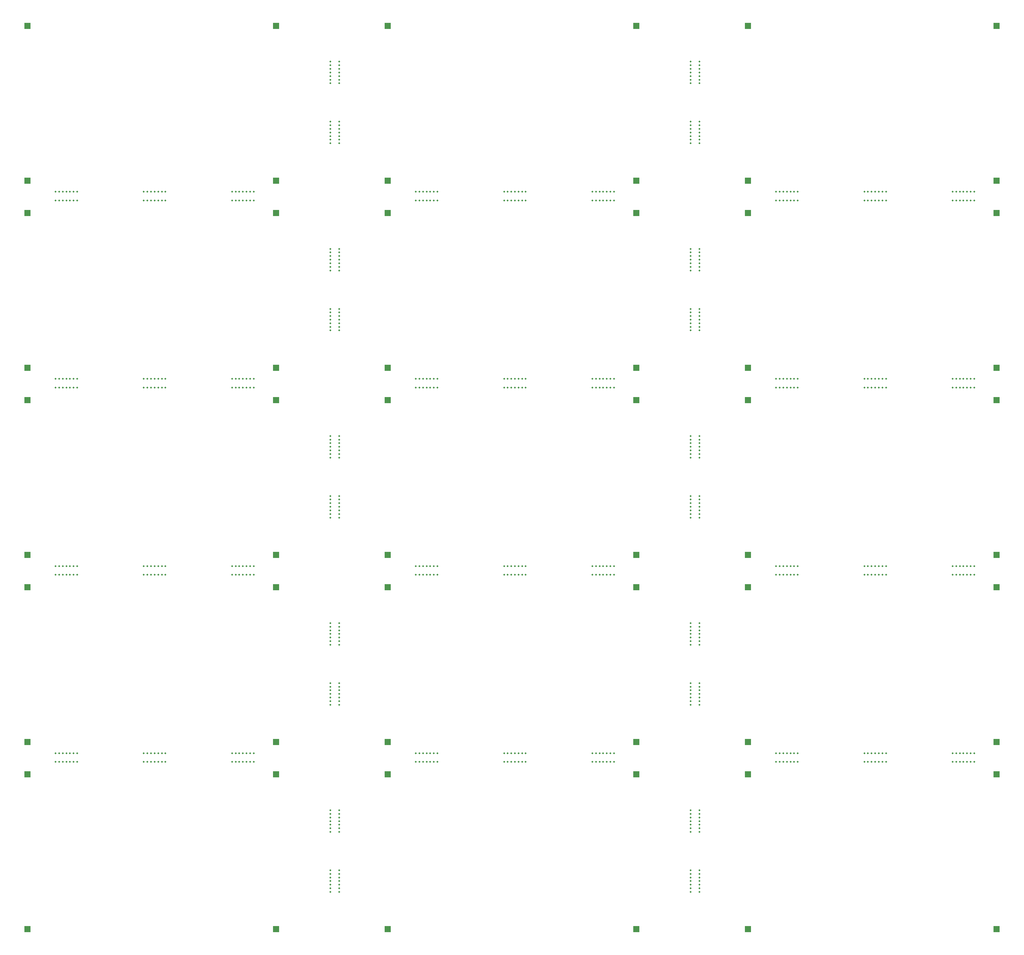
<source format=gts>
%TF.GenerationSoftware,KiCad,Pcbnew,7.0.1-3b83917a11~171~ubuntu20.04.1*%
%TF.CreationDate,2023-10-26T02:19:52+02:00*%
%TF.ProjectId,panel_top,70616e65-6c5f-4746-9f70-2e6b69636164,rev?*%
%TF.SameCoordinates,Original*%
%TF.FileFunction,Soldermask,Top*%
%TF.FilePolarity,Negative*%
%FSLAX46Y46*%
G04 Gerber Fmt 4.6, Leading zero omitted, Abs format (unit mm)*
G04 Created by KiCad (PCBNEW 7.0.1-3b83917a11~171~ubuntu20.04.1) date 2023-10-26 02:19:52*
%MOMM*%
%LPD*%
G01*
G04 APERTURE LIST*
%ADD10C,0.500000*%
%ADD11R,1.700000X1.700000*%
G04 APERTURE END LIST*
D10*
%TO.C,KiKit_MB_44_4*%
X97300000Y-140666666D03*
%TD*%
%TO.C,KiKit_MB_15_3*%
X225000000Y-69800000D03*
%TD*%
%TO.C,KiKit_MB_8_4*%
X197300000Y-36666667D03*
%TD*%
%TO.C,KiKit_MB_100_4*%
X73000000Y-228200000D03*
%TD*%
%TO.C,KiKit_MB_26_1*%
X99700000Y-91666666D03*
%TD*%
%TO.C,KiKit_MB_75_6*%
X22000000Y-225800000D03*
%TD*%
%TO.C,KiKit_MB_93_7*%
X221000000Y-225800000D03*
%TD*%
%TO.C,KiKit_MB_29_1*%
X197300000Y-102333333D03*
%TD*%
%TO.C,KiKit_MB_81_7*%
X197300000Y-212333333D03*
%TD*%
%TO.C,KiKit_MB_58_6*%
X175000000Y-124200000D03*
%TD*%
%TO.C,KiKit_MB_95_2*%
X275000000Y-225800000D03*
%TD*%
%TO.C,KiKit_MB_84_4*%
X173000000Y-176200000D03*
%TD*%
%TO.C,KiKit_MB_72_2*%
X22000000Y-176200000D03*
%TD*%
%TO.C,KiKit_MB_69_4*%
X273000000Y-173800000D03*
%TD*%
%TO.C,KiKit_MB_83_3*%
X147500000Y-176200000D03*
%TD*%
%TO.C,KiKit_MB_109_5*%
X199700000Y-260333333D03*
%TD*%
%TO.C,KiKit_MB_10_2*%
X126000000Y-69800000D03*
%TD*%
%TO.C,KiKit_MB_95_3*%
X274000000Y-225800000D03*
%TD*%
%TO.C,KiKit_MB_11_4*%
X148500000Y-69800000D03*
%TD*%
%TO.C,KiKit_MB_25_4*%
X73000000Y-121800000D03*
%TD*%
%TO.C,KiKit_MB_108_6*%
X199700000Y-242666666D03*
%TD*%
%TO.C,KiKit_MB_59_1*%
X127000000Y-173800000D03*
%TD*%
%TO.C,KiKit_MB_99_5*%
X49500000Y-228200000D03*
%TD*%
%TO.C,KiKit_MB_106_1*%
X145500000Y-228200000D03*
%TD*%
%TO.C,KiKit_MB_108_1*%
X199700000Y-247666666D03*
%TD*%
%TO.C,KiKit_MB_92_6*%
X275000000Y-176200000D03*
%TD*%
%TO.C,KiKit_MB_51_1*%
X76000000Y-173800000D03*
%TD*%
%TO.C,KiKit_MB_52_3*%
X99700000Y-141666666D03*
%TD*%
%TO.C,KiKit_MB_22_6*%
X75000000Y-72200000D03*
%TD*%
%TO.C,KiKit_MB_32_6*%
X175000000Y-72200000D03*
%TD*%
%TO.C,KiKit_MB_91_1*%
X245500000Y-176200000D03*
%TD*%
%TO.C,KiKit_MB_14_5*%
X199700000Y-52333333D03*
%TD*%
%TO.C,KiKit_MB_76_5*%
X47500000Y-225800000D03*
%TD*%
%TO.C,KiKit_MB_89_3*%
X199700000Y-210333333D03*
%TD*%
%TO.C,KiKit_MB_46_1*%
X21000000Y-124200000D03*
%TD*%
%TO.C,KiKit_MB_80_5*%
X197300000Y-193666666D03*
%TD*%
%TO.C,KiKit_MB_48_4*%
X73000000Y-124200000D03*
%TD*%
%TO.C,KiKit_MB_5_4*%
X73000000Y-69800000D03*
%TD*%
%TO.C,KiKit_MB_43_5*%
X272000000Y-121800000D03*
%TD*%
%TO.C,KiKit_MB_43_4*%
X273000000Y-121800000D03*
%TD*%
%TO.C,KiKit_MB_100_7*%
X76000000Y-228200000D03*
%TD*%
%TO.C,KiKit_MB_52_1*%
X99700000Y-143666666D03*
%TD*%
%TO.C,KiKit_MB_55_7*%
X197300000Y-160333333D03*
%TD*%
%TO.C,KiKit_MB_102_2*%
X99700000Y-263333333D03*
%TD*%
%TO.C,KiKit_MB_112_3*%
X272000000Y-228200000D03*
%TD*%
%TO.C,KiKit_MB_22_4*%
X73000000Y-72200000D03*
%TD*%
%TO.C,KiKit_MB_92_2*%
X271000000Y-176200000D03*
%TD*%
%TO.C,KiKit_MB_106_4*%
X148500000Y-228200000D03*
%TD*%
%TO.C,KiKit_MB_84_2*%
X171000000Y-176200000D03*
%TD*%
%TO.C,KiKit_MB_112_4*%
X273000000Y-228200000D03*
%TD*%
%TO.C,KiKit_MB_29_2*%
X197300000Y-103333333D03*
%TD*%
%TO.C,KiKit_MB_89_4*%
X199700000Y-209333333D03*
%TD*%
%TO.C,KiKit_MB_7_6*%
X99700000Y-51333333D03*
%TD*%
%TO.C,KiKit_MB_71_6*%
X97300000Y-211333333D03*
%TD*%
%TO.C,KiKit_MB_103_6*%
X197300000Y-246666666D03*
%TD*%
%TO.C,KiKit_MB_105_6*%
X126000000Y-228200000D03*
%TD*%
%TO.C,KiKit_MB_104_6*%
X197300000Y-263333333D03*
%TD*%
%TO.C,KiKit_MB_57_3*%
X147500000Y-124200000D03*
%TD*%
%TO.C,KiKit_MB_11_1*%
X151500000Y-69800000D03*
%TD*%
%TO.C,KiKit_MB_7_7*%
X99700000Y-50333333D03*
%TD*%
%TO.C,KiKit_MB_6_7*%
X99700000Y-33666667D03*
%TD*%
%TO.C,KiKit_MB_72_5*%
X25000000Y-176200000D03*
%TD*%
%TO.C,KiKit_MB_35_5*%
X172000000Y-121800000D03*
%TD*%
%TO.C,KiKit_MB_76_6*%
X46500000Y-225800000D03*
%TD*%
%TO.C,KiKit_MB_95_1*%
X276000000Y-225800000D03*
%TD*%
%TO.C,KiKit_MB_89_5*%
X199700000Y-208333333D03*
%TD*%
%TO.C,KiKit_MB_5_2*%
X75000000Y-69800000D03*
%TD*%
%TO.C,KiKit_MB_68_6*%
X246500000Y-173800000D03*
%TD*%
%TO.C,KiKit_MB_90_2*%
X222000000Y-176200000D03*
%TD*%
%TO.C,KiKit_MB_30_7*%
X127000000Y-72200000D03*
%TD*%
%TO.C,KiKit_MB_2_4*%
X97300000Y-53333333D03*
%TD*%
%TO.C,KiKit_MB_56_7*%
X127000000Y-124200000D03*
%TD*%
%TO.C,KiKit_MB_20_4*%
X24000000Y-72200000D03*
%TD*%
%TO.C,KiKit_MB_105_3*%
X123000000Y-228200000D03*
%TD*%
%TO.C,KiKit_MB_86_7*%
X145500000Y-225800000D03*
%TD*%
%TO.C,KiKit_MB_27_6*%
X99700000Y-103333333D03*
%TD*%
%TO.C,KiKit_MB_32_1*%
X170000000Y-72200000D03*
%TD*%
%TO.C,KiKit_MB_61_6*%
X171000000Y-173800000D03*
%TD*%
%TO.C,KiKit_MB_6_5*%
X99700000Y-35666667D03*
%TD*%
%TO.C,KiKit_MB_47_2*%
X46500000Y-124200000D03*
%TD*%
%TO.C,KiKit_MB_35_3*%
X174000000Y-121800000D03*
%TD*%
%TO.C,KiKit_MB_54_3*%
X197300000Y-139666666D03*
%TD*%
%TO.C,KiKit_MB_76_1*%
X51500000Y-225800000D03*
%TD*%
%TO.C,KiKit_MB_77_2*%
X75000000Y-225800000D03*
%TD*%
%TO.C,KiKit_MB_91_5*%
X249500000Y-176200000D03*
%TD*%
%TO.C,KiKit_MB_4_4*%
X48500000Y-69800000D03*
%TD*%
%TO.C,KiKit_MB_11_3*%
X149500000Y-69800000D03*
%TD*%
%TO.C,KiKit_MB_27_4*%
X99700000Y-105333333D03*
%TD*%
%TO.C,KiKit_MB_60_4*%
X148500000Y-173800000D03*
%TD*%
%TO.C,KiKit_MB_31_3*%
X147500000Y-72200000D03*
%TD*%
%TO.C,KiKit_MB_87_3*%
X174000000Y-225800000D03*
%TD*%
%TO.C,KiKit_MB_50_1*%
X51500000Y-173800000D03*
%TD*%
%TO.C,KiKit_MB_75_7*%
X21000000Y-225800000D03*
%TD*%
%TO.C,KiKit_MB_73_3*%
X47500000Y-176200000D03*
%TD*%
%TO.C,KiKit_MB_72_3*%
X23000000Y-176200000D03*
%TD*%
%TO.C,KiKit_MB_57_4*%
X148500000Y-124200000D03*
%TD*%
%TO.C,KiKit_MB_35_6*%
X171000000Y-121800000D03*
%TD*%
%TO.C,KiKit_MB_89_7*%
X199700000Y-206333333D03*
%TD*%
%TO.C,KiKit_MB_37_3*%
X199700000Y-106333333D03*
%TD*%
%TO.C,KiKit_MB_15_7*%
X221000000Y-69800000D03*
%TD*%
%TO.C,KiKit_MB_90_3*%
X223000000Y-176200000D03*
%TD*%
%TO.C,KiKit_MB_43_7*%
X270000000Y-121800000D03*
%TD*%
%TO.C,KiKit_MB_70_2*%
X97300000Y-190666666D03*
%TD*%
%TO.C,KiKit_MB_25_2*%
X75000000Y-121800000D03*
%TD*%
%TO.C,KiKit_MB_103_4*%
X197300000Y-244666666D03*
%TD*%
%TO.C,KiKit_MB_74_2*%
X71000000Y-176200000D03*
%TD*%
%TO.C,KiKit_MB_97_2*%
X97300000Y-259333333D03*
%TD*%
%TO.C,KiKit_MB_20_1*%
X21000000Y-72200000D03*
%TD*%
%TO.C,KiKit_MB_46_7*%
X27000000Y-124200000D03*
%TD*%
%TO.C,KiKit_MB_18_6*%
X97300000Y-90666666D03*
%TD*%
%TO.C,KiKit_MB_13_3*%
X199700000Y-37666667D03*
%TD*%
%TO.C,KiKit_MB_89_6*%
X199700000Y-207333333D03*
%TD*%
%TO.C,KiKit_MB_48_1*%
X70000000Y-124200000D03*
%TD*%
%TO.C,KiKit_MB_4_3*%
X49500000Y-69800000D03*
%TD*%
%TO.C,KiKit_MB_6_1*%
X99700000Y-39666667D03*
%TD*%
%TO.C,KiKit_MB_37_7*%
X199700000Y-102333333D03*
%TD*%
%TO.C,KiKit_MB_26_2*%
X99700000Y-90666666D03*
%TD*%
%TO.C,KiKit_MB_67_6*%
X222000000Y-173800000D03*
%TD*%
%TO.C,KiKit_MB_86_1*%
X151500000Y-225800000D03*
%TD*%
%TO.C,KiKit_MB_88_5*%
X199700000Y-191666666D03*
%TD*%
%TO.C,KiKit_MB_61_2*%
X175000000Y-173800000D03*
%TD*%
%TO.C,KiKit_MB_28_4*%
X197300000Y-88666666D03*
%TD*%
%TO.C,KiKit_MB_20_5*%
X25000000Y-72200000D03*
%TD*%
%TO.C,KiKit_MB_20_2*%
X22000000Y-72200000D03*
%TD*%
%TO.C,KiKit_MB_83_6*%
X150500000Y-176200000D03*
%TD*%
%TO.C,KiKit_MB_21_6*%
X50500000Y-72200000D03*
%TD*%
%TO.C,KiKit_MB_55_1*%
X197300000Y-154333333D03*
%TD*%
%TO.C,KiKit_MB_31_7*%
X151500000Y-72200000D03*
%TD*%
%TO.C,KiKit_MB_44_2*%
X97300000Y-138666666D03*
%TD*%
%TO.C,KiKit_MB_87_6*%
X171000000Y-225800000D03*
%TD*%
%TO.C,KiKit_MB_7_4*%
X99700000Y-53333333D03*
%TD*%
%TO.C,KiKit_MB_72_7*%
X27000000Y-176200000D03*
%TD*%
%TO.C,KiKit_MB_65_3*%
X247500000Y-124200000D03*
%TD*%
%TO.C,KiKit_MB_67_4*%
X224000000Y-173800000D03*
%TD*%
%TO.C,KiKit_MB_74_3*%
X72000000Y-176200000D03*
%TD*%
%TO.C,KiKit_MB_49_1*%
X27000000Y-173800000D03*
%TD*%
%TO.C,KiKit_MB_54_5*%
X197300000Y-141666666D03*
%TD*%
%TO.C,KiKit_MB_1_5*%
X97300000Y-37666667D03*
%TD*%
%TO.C,KiKit_MB_104_2*%
X197300000Y-259333333D03*
%TD*%
%TO.C,KiKit_MB_22_5*%
X74000000Y-72200000D03*
%TD*%
%TO.C,KiKit_MB_39_7*%
X251500000Y-72200000D03*
%TD*%
%TO.C,KiKit_MB_111_1*%
X245500000Y-228200000D03*
%TD*%
%TO.C,KiKit_MB_111_5*%
X249500000Y-228200000D03*
%TD*%
%TO.C,KiKit_MB_88_6*%
X199700000Y-190666666D03*
%TD*%
%TO.C,KiKit_MB_34_3*%
X149500000Y-121800000D03*
%TD*%
%TO.C,KiKit_MB_76_7*%
X45500000Y-225800000D03*
%TD*%
%TO.C,KiKit_MB_111_6*%
X250500000Y-228200000D03*
%TD*%
%TO.C,KiKit_MB_36_6*%
X199700000Y-86666666D03*
%TD*%
%TO.C,KiKit_MB_20_7*%
X27000000Y-72200000D03*
%TD*%
%TO.C,KiKit_MB_81_1*%
X197300000Y-206333333D03*
%TD*%
%TO.C,KiKit_MB_104_4*%
X197300000Y-261333333D03*
%TD*%
%TO.C,KiKit_MB_37_6*%
X199700000Y-103333333D03*
%TD*%
%TO.C,KiKit_MB_110_4*%
X224000000Y-228200000D03*
%TD*%
%TO.C,KiKit_MB_96_1*%
X97300000Y-241666666D03*
%TD*%
%TO.C,KiKit_MB_88_3*%
X199700000Y-193666666D03*
%TD*%
%TO.C,KiKit_MB_99_3*%
X47500000Y-228200000D03*
%TD*%
%TO.C,KiKit_MB_12_2*%
X175000000Y-69800000D03*
%TD*%
%TO.C,KiKit_MB_75_4*%
X24000000Y-225800000D03*
%TD*%
%TO.C,KiKit_MB_42_7*%
X245500000Y-121800000D03*
%TD*%
%TO.C,KiKit_MB_45_2*%
X97300000Y-155333333D03*
%TD*%
%TO.C,KiKit_MB_58_2*%
X171000000Y-124200000D03*
%TD*%
%TO.C,KiKit_MB_73_5*%
X49500000Y-176200000D03*
%TD*%
%TO.C,KiKit_MB_55_6*%
X197300000Y-159333333D03*
%TD*%
%TO.C,KiKit_MB_91_4*%
X248500000Y-176200000D03*
%TD*%
%TO.C,KiKit_MB_71_2*%
X97300000Y-207333333D03*
%TD*%
%TO.C,KiKit_MB_19_1*%
X97300000Y-102333333D03*
%TD*%
%TO.C,KiKit_MB_58_4*%
X173000000Y-124200000D03*
%TD*%
%TO.C,KiKit_MB_72_6*%
X26000000Y-176200000D03*
%TD*%
%TO.C,KiKit_MB_61_7*%
X170000000Y-173800000D03*
%TD*%
%TO.C,KiKit_MB_105_2*%
X122000000Y-228200000D03*
%TD*%
%TO.C,KiKit_MB_31_5*%
X149500000Y-72200000D03*
%TD*%
%TO.C,KiKit_MB_45_6*%
X97300000Y-159333333D03*
%TD*%
%TO.C,KiKit_MB_35_2*%
X175000000Y-121800000D03*
%TD*%
%TO.C,KiKit_MB_58_5*%
X174000000Y-124200000D03*
%TD*%
%TO.C,KiKit_MB_30_4*%
X124000000Y-72200000D03*
%TD*%
%TO.C,KiKit_MB_3_7*%
X21000000Y-69800000D03*
%TD*%
%TO.C,KiKit_MB_93_2*%
X226000000Y-225800000D03*
%TD*%
%TO.C,KiKit_MB_31_6*%
X150500000Y-72200000D03*
%TD*%
%TO.C,KiKit_MB_42_3*%
X249500000Y-121800000D03*
%TD*%
%TO.C,KiKit_MB_83_7*%
X151500000Y-176200000D03*
%TD*%
%TO.C,KiKit_MB_81_6*%
X197300000Y-211333333D03*
%TD*%
%TO.C,KiKit_MB_85_6*%
X122000000Y-225800000D03*
%TD*%
%TO.C,KiKit_MB_34_2*%
X150500000Y-121800000D03*
%TD*%
%TO.C,KiKit_MB_55_2*%
X197300000Y-155333333D03*
%TD*%
%TO.C,KiKit_MB_50_6*%
X46500000Y-173800000D03*
%TD*%
%TO.C,KiKit_MB_53_3*%
X99700000Y-158333333D03*
%TD*%
%TO.C,KiKit_MB_82_5*%
X125000000Y-176200000D03*
%TD*%
%TO.C,KiKit_MB_63_3*%
X199700000Y-158333333D03*
%TD*%
%TO.C,KiKit_MB_103_3*%
X197300000Y-243666666D03*
%TD*%
%TO.C,KiKit_MB_21_5*%
X49500000Y-72200000D03*
%TD*%
%TO.C,KiKit_MB_80_1*%
X197300000Y-189666666D03*
%TD*%
%TO.C,KiKit_MB_72_1*%
X21000000Y-176200000D03*
%TD*%
%TO.C,KiKit_MB_44_3*%
X97300000Y-139666666D03*
%TD*%
%TO.C,KiKit_MB_77_5*%
X72000000Y-225800000D03*
%TD*%
%TO.C,KiKit_MB_107_2*%
X171000000Y-228200000D03*
%TD*%
%TO.C,KiKit_MB_108_3*%
X199700000Y-245666666D03*
%TD*%
%TO.C,KiKit_MB_51_3*%
X74000000Y-173800000D03*
%TD*%
%TO.C,KiKit_MB_32_5*%
X174000000Y-72200000D03*
%TD*%
%TO.C,KiKit_MB_11_6*%
X146500000Y-69800000D03*
%TD*%
%TO.C,KiKit_MB_18_3*%
X97300000Y-87666666D03*
%TD*%
%TO.C,KiKit_MB_37_5*%
X199700000Y-104333333D03*
%TD*%
%TO.C,KiKit_MB_79_3*%
X99700000Y-210333333D03*
%TD*%
%TO.C,KiKit_MB_105_4*%
X124000000Y-228200000D03*
%TD*%
%TO.C,KiKit_MB_86_3*%
X149500000Y-225800000D03*
%TD*%
%TO.C,KiKit_MB_10_7*%
X121000000Y-69800000D03*
%TD*%
%TO.C,KiKit_MB_33_5*%
X123000000Y-121800000D03*
%TD*%
%TO.C,KiKit_MB_18_5*%
X97300000Y-89666666D03*
%TD*%
%TO.C,KiKit_MB_97_6*%
X97300000Y-263333333D03*
%TD*%
%TO.C,KiKit_MB_71_3*%
X97300000Y-208333333D03*
%TD*%
%TO.C,KiKit_MB_13_4*%
X199700000Y-36666667D03*
%TD*%
%TO.C,KiKit_MB_37_4*%
X199700000Y-105333333D03*
%TD*%
%TO.C,KiKit_MB_58_3*%
X172000000Y-124200000D03*
%TD*%
%TO.C,KiKit_MB_54_4*%
X197300000Y-140666666D03*
%TD*%
%TO.C,KiKit_MB_8_1*%
X197300000Y-33666667D03*
%TD*%
%TO.C,KiKit_MB_4_5*%
X47500000Y-69800000D03*
%TD*%
%TO.C,KiKit_MB_34_5*%
X147500000Y-121800000D03*
%TD*%
%TO.C,KiKit_MB_9_4*%
X197300000Y-53333333D03*
%TD*%
%TO.C,KiKit_MB_57_7*%
X151500000Y-124200000D03*
%TD*%
%TO.C,KiKit_MB_38_3*%
X223000000Y-72200000D03*
%TD*%
%TO.C,KiKit_MB_59_4*%
X124000000Y-173800000D03*
%TD*%
D11*
%TO.C,J7*%
X182200000Y-75700000D03*
%TD*%
%TO.C,J7*%
X282200000Y-75700000D03*
%TD*%
%TO.C,J7*%
X82200000Y-127700000D03*
%TD*%
%TO.C,J7*%
X182200000Y-23700000D03*
%TD*%
%TO.C,J7*%
X282200000Y-23700000D03*
%TD*%
%TO.C,J7*%
X82200000Y-75700000D03*
%TD*%
%TO.C,J7*%
X82200000Y-23700000D03*
%TD*%
%TO.C,J7*%
X182200000Y-179700000D03*
%TD*%
%TO.C,J7*%
X282200000Y-179700000D03*
%TD*%
%TO.C,J7*%
X82200000Y-231700000D03*
%TD*%
%TO.C,J7*%
X182200000Y-231700000D03*
%TD*%
%TO.C,J7*%
X282200000Y-231700000D03*
%TD*%
%TO.C,J7*%
X182200000Y-127700000D03*
%TD*%
%TO.C,J7*%
X282200000Y-127700000D03*
%TD*%
%TO.C,J7*%
X82200000Y-179700000D03*
%TD*%
D10*
%TO.C,KiKit_MB_24_6*%
X46500000Y-121800000D03*
%TD*%
%TO.C,KiKit_MB_85_1*%
X127000000Y-225800000D03*
%TD*%
%TO.C,KiKit_MB_82_1*%
X121000000Y-176200000D03*
%TD*%
%TO.C,KiKit_MB_105_5*%
X125000000Y-228200000D03*
%TD*%
%TO.C,KiKit_MB_82_7*%
X127000000Y-176200000D03*
%TD*%
%TO.C,KiKit_MB_69_3*%
X274000000Y-173800000D03*
%TD*%
%TO.C,KiKit_MB_10_4*%
X124000000Y-69800000D03*
%TD*%
%TO.C,KiKit_MB_101_6*%
X99700000Y-242666666D03*
%TD*%
%TO.C,KiKit_MB_16_2*%
X250500000Y-69800000D03*
%TD*%
%TO.C,KiKit_MB_12_6*%
X171000000Y-69800000D03*
%TD*%
%TO.C,KiKit_MB_73_6*%
X50500000Y-176200000D03*
%TD*%
%TO.C,KiKit_MB_47_7*%
X51500000Y-124200000D03*
%TD*%
%TO.C,KiKit_MB_15_1*%
X227000000Y-69800000D03*
%TD*%
%TO.C,KiKit_MB_66_3*%
X272000000Y-124200000D03*
%TD*%
%TO.C,KiKit_MB_96_4*%
X97300000Y-244666666D03*
%TD*%
%TO.C,KiKit_MB_74_4*%
X73000000Y-176200000D03*
%TD*%
%TO.C,KiKit_MB_36_2*%
X199700000Y-90666666D03*
%TD*%
%TO.C,KiKit_MB_44_1*%
X97300000Y-137666666D03*
%TD*%
%TO.C,KiKit_MB_23_1*%
X27000000Y-121800000D03*
%TD*%
%TO.C,KiKit_MB_10_5*%
X123000000Y-69800000D03*
%TD*%
%TO.C,KiKit_MB_67_1*%
X227000000Y-173800000D03*
%TD*%
%TO.C,KiKit_MB_99_7*%
X51500000Y-228200000D03*
%TD*%
%TO.C,KiKit_MB_36_3*%
X199700000Y-89666666D03*
%TD*%
%TO.C,KiKit_MB_15_2*%
X226000000Y-69800000D03*
%TD*%
%TO.C,KiKit_MB_25_7*%
X70000000Y-121800000D03*
%TD*%
%TO.C,KiKit_MB_16_6*%
X246500000Y-69800000D03*
%TD*%
%TO.C,KiKit_MB_101_2*%
X99700000Y-246666666D03*
%TD*%
%TO.C,KiKit_MB_48_3*%
X72000000Y-124200000D03*
%TD*%
%TO.C,KiKit_MB_107_7*%
X176000000Y-228200000D03*
%TD*%
%TO.C,KiKit_MB_42_2*%
X250500000Y-121800000D03*
%TD*%
%TO.C,KiKit_MB_43_2*%
X275000000Y-121800000D03*
%TD*%
%TO.C,KiKit_MB_39_1*%
X245500000Y-72200000D03*
%TD*%
%TO.C,KiKit_MB_86_5*%
X147500000Y-225800000D03*
%TD*%
%TO.C,KiKit_MB_104_7*%
X197300000Y-264333333D03*
%TD*%
%TO.C,KiKit_MB_4_7*%
X45500000Y-69800000D03*
%TD*%
%TO.C,KiKit_MB_25_1*%
X76000000Y-121800000D03*
%TD*%
%TO.C,KiKit_MB_21_3*%
X47500000Y-72200000D03*
%TD*%
%TO.C,KiKit_MB_89_2*%
X199700000Y-211333333D03*
%TD*%
%TO.C,KiKit_MB_23_6*%
X22000000Y-121800000D03*
%TD*%
%TO.C,KiKit_MB_23_2*%
X26000000Y-121800000D03*
%TD*%
%TO.C,KiKit_MB_59_5*%
X123000000Y-173800000D03*
%TD*%
%TO.C,KiKit_MB_108_5*%
X199700000Y-243666666D03*
%TD*%
%TO.C,KiKit_MB_110_3*%
X223000000Y-228200000D03*
%TD*%
%TO.C,KiKit_MB_103_1*%
X197300000Y-241666666D03*
%TD*%
%TO.C,KiKit_MB_40_6*%
X275000000Y-72200000D03*
%TD*%
%TO.C,KiKit_MB_54_6*%
X197300000Y-142666666D03*
%TD*%
%TO.C,KiKit_MB_96_2*%
X97300000Y-242666666D03*
%TD*%
%TO.C,KiKit_MB_24_2*%
X50500000Y-121800000D03*
%TD*%
%TO.C,KiKit_MB_57_5*%
X149500000Y-124200000D03*
%TD*%
%TO.C,KiKit_MB_27_3*%
X99700000Y-106333333D03*
%TD*%
%TO.C,KiKit_MB_60_6*%
X146500000Y-173800000D03*
%TD*%
%TO.C,KiKit_MB_45_4*%
X97300000Y-157333333D03*
%TD*%
%TO.C,KiKit_MB_30_6*%
X126000000Y-72200000D03*
%TD*%
%TO.C,KiKit_MB_111_7*%
X251500000Y-228200000D03*
%TD*%
%TO.C,KiKit_MB_49_7*%
X21000000Y-173800000D03*
%TD*%
%TO.C,KiKit_MB_108_7*%
X199700000Y-241666666D03*
%TD*%
%TO.C,KiKit_MB_54_2*%
X197300000Y-138666666D03*
%TD*%
%TO.C,KiKit_MB_69_6*%
X271000000Y-173800000D03*
%TD*%
%TO.C,KiKit_MB_52_6*%
X99700000Y-138666666D03*
%TD*%
%TO.C,KiKit_MB_65_4*%
X248500000Y-124200000D03*
%TD*%
%TO.C,KiKit_MB_43_3*%
X274000000Y-121800000D03*
%TD*%
%TO.C,KiKit_MB_104_5*%
X197300000Y-262333333D03*
%TD*%
%TO.C,KiKit_MB_55_5*%
X197300000Y-158333333D03*
%TD*%
%TO.C,KiKit_MB_60_2*%
X150500000Y-173800000D03*
%TD*%
%TO.C,KiKit_MB_47_1*%
X45500000Y-124200000D03*
%TD*%
%TO.C,KiKit_MB_59_3*%
X125000000Y-173800000D03*
%TD*%
%TO.C,KiKit_MB_13_5*%
X199700000Y-35666667D03*
%TD*%
%TO.C,KiKit_MB_1_3*%
X97300000Y-35666667D03*
%TD*%
%TO.C,KiKit_MB_64_2*%
X222000000Y-124200000D03*
%TD*%
%TO.C,KiKit_MB_63_7*%
X199700000Y-154333333D03*
%TD*%
%TO.C,KiKit_MB_50_2*%
X50500000Y-173800000D03*
%TD*%
%TO.C,KiKit_MB_74_7*%
X76000000Y-176200000D03*
%TD*%
%TO.C,KiKit_MB_8_6*%
X197300000Y-38666667D03*
%TD*%
%TO.C,KiKit_MB_18_1*%
X97300000Y-85666666D03*
%TD*%
%TO.C,KiKit_MB_49_6*%
X22000000Y-173800000D03*
%TD*%
%TO.C,KiKit_MB_98_6*%
X26000000Y-228200000D03*
%TD*%
%TO.C,KiKit_MB_107_5*%
X174000000Y-228200000D03*
%TD*%
%TO.C,KiKit_MB_3_1*%
X27000000Y-69800000D03*
%TD*%
%TO.C,KiKit_MB_79_5*%
X99700000Y-208333333D03*
%TD*%
%TO.C,KiKit_MB_76_2*%
X50500000Y-225800000D03*
%TD*%
%TO.C,KiKit_MB_99_6*%
X50500000Y-228200000D03*
%TD*%
%TO.C,KiKit_MB_6_4*%
X99700000Y-36666667D03*
%TD*%
%TO.C,KiKit_MB_93_6*%
X222000000Y-225800000D03*
%TD*%
%TO.C,KiKit_MB_63_4*%
X199700000Y-157333333D03*
%TD*%
%TO.C,KiKit_MB_21_1*%
X45500000Y-72200000D03*
%TD*%
%TO.C,KiKit_MB_83_4*%
X148500000Y-176200000D03*
%TD*%
%TO.C,KiKit_MB_10_3*%
X125000000Y-69800000D03*
%TD*%
%TO.C,KiKit_MB_106_5*%
X149500000Y-228200000D03*
%TD*%
%TO.C,KiKit_MB_7_3*%
X99700000Y-54333333D03*
%TD*%
%TO.C,KiKit_MB_109_4*%
X199700000Y-261333333D03*
%TD*%
%TO.C,KiKit_MB_103_7*%
X197300000Y-247666666D03*
%TD*%
%TO.C,KiKit_MB_60_5*%
X147500000Y-173800000D03*
%TD*%
%TO.C,KiKit_MB_12_7*%
X170000000Y-69800000D03*
%TD*%
%TO.C,KiKit_MB_13_6*%
X199700000Y-34666667D03*
%TD*%
%TO.C,KiKit_MB_62_3*%
X199700000Y-141666666D03*
%TD*%
%TO.C,KiKit_MB_82_4*%
X124000000Y-176200000D03*
%TD*%
%TO.C,KiKit_MB_26_4*%
X99700000Y-88666666D03*
%TD*%
%TO.C,KiKit_MB_32_7*%
X176000000Y-72200000D03*
%TD*%
%TO.C,KiKit_MB_74_5*%
X74000000Y-176200000D03*
%TD*%
%TO.C,KiKit_MB_33_6*%
X122000000Y-121800000D03*
%TD*%
%TO.C,KiKit_MB_94_5*%
X247500000Y-225800000D03*
%TD*%
%TO.C,KiKit_MB_9_7*%
X197300000Y-56333333D03*
%TD*%
%TO.C,KiKit_MB_75_1*%
X27000000Y-225800000D03*
%TD*%
%TO.C,KiKit_MB_74_6*%
X75000000Y-176200000D03*
%TD*%
%TO.C,KiKit_MB_20_3*%
X23000000Y-72200000D03*
%TD*%
%TO.C,KiKit_MB_99_4*%
X48500000Y-228200000D03*
%TD*%
%TO.C,KiKit_MB_101_4*%
X99700000Y-244666666D03*
%TD*%
%TO.C,KiKit_MB_39_5*%
X249500000Y-72200000D03*
%TD*%
%TO.C,KiKit_MB_100_6*%
X75000000Y-228200000D03*
%TD*%
%TO.C,KiKit_MB_105_7*%
X127000000Y-228200000D03*
%TD*%
%TO.C,KiKit_MB_24_5*%
X47500000Y-121800000D03*
%TD*%
%TO.C,KiKit_MB_19_4*%
X97300000Y-105333333D03*
%TD*%
%TO.C,KiKit_MB_106_2*%
X146500000Y-228200000D03*
%TD*%
%TO.C,KiKit_MB_24_4*%
X48500000Y-121800000D03*
%TD*%
%TO.C,KiKit_MB_73_7*%
X51500000Y-176200000D03*
%TD*%
%TO.C,KiKit_MB_14_1*%
X199700000Y-56333333D03*
%TD*%
%TO.C,KiKit_MB_12_4*%
X173000000Y-69800000D03*
%TD*%
%TO.C,KiKit_MB_45_7*%
X97300000Y-160333333D03*
%TD*%
%TO.C,KiKit_MB_42_5*%
X247500000Y-121800000D03*
%TD*%
%TO.C,KiKit_MB_23_3*%
X25000000Y-121800000D03*
%TD*%
%TO.C,KiKit_MB_5_3*%
X74000000Y-69800000D03*
%TD*%
%TO.C,KiKit_MB_87_2*%
X175000000Y-225800000D03*
%TD*%
%TO.C,KiKit_MB_25_6*%
X71000000Y-121800000D03*
%TD*%
%TO.C,KiKit_MB_53_1*%
X99700000Y-160333333D03*
%TD*%
%TO.C,KiKit_MB_83_2*%
X146500000Y-176200000D03*
%TD*%
%TO.C,KiKit_MB_103_5*%
X197300000Y-245666666D03*
%TD*%
%TO.C,KiKit_MB_41_3*%
X225000000Y-121800000D03*
%TD*%
%TO.C,KiKit_MB_85_2*%
X126000000Y-225800000D03*
%TD*%
%TO.C,KiKit_MB_17_2*%
X275000000Y-69800000D03*
%TD*%
%TO.C,KiKit_MB_4_6*%
X46500000Y-69800000D03*
%TD*%
%TO.C,KiKit_MB_50_7*%
X45500000Y-173800000D03*
%TD*%
%TO.C,KiKit_MB_64_3*%
X223000000Y-124200000D03*
%TD*%
%TO.C,KiKit_MB_106_7*%
X151500000Y-228200000D03*
%TD*%
%TO.C,KiKit_MB_65_1*%
X245500000Y-124200000D03*
%TD*%
%TO.C,KiKit_MB_74_1*%
X70000000Y-176200000D03*
%TD*%
%TO.C,KiKit_MB_40_1*%
X270000000Y-72200000D03*
%TD*%
%TO.C,KiKit_MB_100_5*%
X74000000Y-228200000D03*
%TD*%
%TO.C,KiKit_MB_97_5*%
X97300000Y-262333333D03*
%TD*%
%TO.C,KiKit_MB_11_7*%
X145500000Y-69800000D03*
%TD*%
%TO.C,KiKit_MB_83_1*%
X145500000Y-176200000D03*
%TD*%
%TO.C,KiKit_MB_24_1*%
X51500000Y-121800000D03*
%TD*%
%TO.C,KiKit_MB_62_1*%
X199700000Y-143666666D03*
%TD*%
%TO.C,KiKit_MB_30_5*%
X125000000Y-72200000D03*
%TD*%
%TO.C,KiKit_MB_37_1*%
X199700000Y-108333333D03*
%TD*%
%TO.C,KiKit_MB_84_1*%
X170000000Y-176200000D03*
%TD*%
%TO.C,KiKit_MB_85_5*%
X123000000Y-225800000D03*
%TD*%
%TO.C,KiKit_MB_102_5*%
X99700000Y-260333333D03*
%TD*%
%TO.C,KiKit_MB_29_7*%
X197300000Y-108333333D03*
%TD*%
%TO.C,KiKit_MB_97_1*%
X97300000Y-258333333D03*
%TD*%
%TO.C,KiKit_MB_45_1*%
X97300000Y-154333333D03*
%TD*%
%TO.C,KiKit_MB_70_7*%
X97300000Y-195666666D03*
%TD*%
%TO.C,KiKit_MB_4_2*%
X50500000Y-69800000D03*
%TD*%
%TO.C,KiKit_MB_3_3*%
X25000000Y-69800000D03*
%TD*%
%TO.C,KiKit_MB_70_5*%
X97300000Y-193666666D03*
%TD*%
%TO.C,KiKit_MB_8_3*%
X197300000Y-35666667D03*
%TD*%
%TO.C,KiKit_MB_101_5*%
X99700000Y-243666666D03*
%TD*%
%TO.C,KiKit_MB_32_4*%
X173000000Y-72200000D03*
%TD*%
%TO.C,KiKit_MB_19_2*%
X97300000Y-103333333D03*
%TD*%
%TO.C,KiKit_MB_9_2*%
X197300000Y-51333333D03*
%TD*%
%TO.C,KiKit_MB_71_5*%
X97300000Y-210333333D03*
%TD*%
%TO.C,KiKit_MB_15_6*%
X222000000Y-69800000D03*
%TD*%
%TO.C,KiKit_MB_82_3*%
X123000000Y-176200000D03*
%TD*%
%TO.C,KiKit_MB_80_6*%
X197300000Y-194666666D03*
%TD*%
%TO.C,KiKit_MB_15_4*%
X224000000Y-69800000D03*
%TD*%
%TO.C,KiKit_MB_84_7*%
X176000000Y-176200000D03*
%TD*%
%TO.C,KiKit_MB_66_1*%
X270000000Y-124200000D03*
%TD*%
%TO.C,KiKit_MB_67_5*%
X223000000Y-173800000D03*
%TD*%
%TO.C,KiKit_MB_36_1*%
X199700000Y-91666666D03*
%TD*%
%TO.C,KiKit_MB_41_4*%
X224000000Y-121800000D03*
%TD*%
%TO.C,KiKit_MB_2_1*%
X97300000Y-50333333D03*
%TD*%
%TO.C,KiKit_MB_58_1*%
X170000000Y-124200000D03*
%TD*%
%TO.C,KiKit_MB_28_6*%
X197300000Y-90666666D03*
%TD*%
%TO.C,KiKit_MB_64_5*%
X225000000Y-124200000D03*
%TD*%
%TO.C,KiKit_MB_19_6*%
X97300000Y-107333333D03*
%TD*%
%TO.C,KiKit_MB_56_5*%
X125000000Y-124200000D03*
%TD*%
%TO.C,KiKit_MB_55_3*%
X197300000Y-156333333D03*
%TD*%
%TO.C,KiKit_MB_64_1*%
X221000000Y-124200000D03*
%TD*%
%TO.C,KiKit_MB_48_5*%
X74000000Y-124200000D03*
%TD*%
%TO.C,KiKit_MB_41_7*%
X221000000Y-121800000D03*
%TD*%
%TO.C,KiKit_MB_23_5*%
X23000000Y-121800000D03*
%TD*%
%TO.C,KiKit_MB_31_4*%
X148500000Y-72200000D03*
%TD*%
%TO.C,KiKit_MB_26_7*%
X99700000Y-85666666D03*
%TD*%
%TO.C,KiKit_MB_46_4*%
X24000000Y-124200000D03*
%TD*%
%TO.C,KiKit_MB_67_2*%
X226000000Y-173800000D03*
%TD*%
%TO.C,KiKit_MB_91_2*%
X246500000Y-176200000D03*
%TD*%
%TO.C,KiKit_MB_61_3*%
X174000000Y-173800000D03*
%TD*%
%TO.C,KiKit_MB_100_3*%
X72000000Y-228200000D03*
%TD*%
%TO.C,KiKit_MB_2_7*%
X97300000Y-56333333D03*
%TD*%
%TO.C,KiKit_MB_111_2*%
X246500000Y-228200000D03*
%TD*%
%TO.C,KiKit_MB_6_3*%
X99700000Y-37666667D03*
%TD*%
%TO.C,KiKit_MB_41_1*%
X227000000Y-121800000D03*
%TD*%
%TO.C,KiKit_MB_75_2*%
X26000000Y-225800000D03*
%TD*%
%TO.C,KiKit_MB_19_3*%
X97300000Y-104333333D03*
%TD*%
%TO.C,KiKit_MB_17_3*%
X274000000Y-69800000D03*
%TD*%
%TO.C,KiKit_MB_16_5*%
X247500000Y-69800000D03*
%TD*%
%TO.C,KiKit_MB_17_7*%
X270000000Y-69800000D03*
%TD*%
%TO.C,KiKit_MB_70_4*%
X97300000Y-192666666D03*
%TD*%
%TO.C,KiKit_MB_22_1*%
X70000000Y-72200000D03*
%TD*%
%TO.C,KiKit_MB_62_4*%
X199700000Y-140666666D03*
%TD*%
%TO.C,KiKit_MB_106_3*%
X147500000Y-228200000D03*
%TD*%
%TO.C,KiKit_MB_20_6*%
X26000000Y-72200000D03*
%TD*%
%TO.C,KiKit_MB_45_3*%
X97300000Y-156333333D03*
%TD*%
%TO.C,KiKit_MB_14_4*%
X199700000Y-53333333D03*
%TD*%
%TO.C,KiKit_MB_79_6*%
X99700000Y-207333333D03*
%TD*%
%TO.C,KiKit_MB_66_2*%
X271000000Y-124200000D03*
%TD*%
%TO.C,KiKit_MB_112_6*%
X275000000Y-228200000D03*
%TD*%
%TO.C,KiKit_MB_39_6*%
X250500000Y-72200000D03*
%TD*%
%TO.C,KiKit_MB_68_2*%
X250500000Y-173800000D03*
%TD*%
%TO.C,KiKit_MB_11_2*%
X150500000Y-69800000D03*
%TD*%
%TO.C,KiKit_MB_97_3*%
X97300000Y-260333333D03*
%TD*%
D11*
%TO.C,J5*%
X182200000Y-66700000D03*
%TD*%
%TO.C,J5*%
X282200000Y-66700000D03*
%TD*%
%TO.C,J5*%
X82200000Y-118700000D03*
%TD*%
%TO.C,J5*%
X182200000Y-118700000D03*
%TD*%
%TO.C,J5*%
X282200000Y-118700000D03*
%TD*%
%TO.C,J5*%
X82200000Y-170700000D03*
%TD*%
%TO.C,J5*%
X182200000Y-170700000D03*
%TD*%
%TO.C,J5*%
X282200000Y-170700000D03*
%TD*%
%TO.C,J5*%
X82200000Y-222700000D03*
%TD*%
%TO.C,J5*%
X182200000Y-222700000D03*
%TD*%
%TO.C,J5*%
X282200000Y-222700000D03*
%TD*%
%TO.C,J5*%
X82200000Y-274700000D03*
%TD*%
%TO.C,J5*%
X182200000Y-274700000D03*
%TD*%
%TO.C,J5*%
X282200000Y-274700000D03*
%TD*%
%TO.C,J5*%
X82200000Y-66700000D03*
%TD*%
D10*
%TO.C,KiKit_MB_90_1*%
X221000000Y-176200000D03*
%TD*%
%TO.C,KiKit_MB_90_5*%
X225000000Y-176200000D03*
%TD*%
%TO.C,KiKit_MB_102_7*%
X99700000Y-258333333D03*
%TD*%
%TO.C,KiKit_MB_85_4*%
X124000000Y-225800000D03*
%TD*%
%TO.C,KiKit_MB_79_1*%
X99700000Y-212333333D03*
%TD*%
%TO.C,KiKit_MB_84_5*%
X174000000Y-176200000D03*
%TD*%
%TO.C,KiKit_MB_59_2*%
X126000000Y-173800000D03*
%TD*%
%TO.C,KiKit_MB_38_6*%
X226000000Y-72200000D03*
%TD*%
%TO.C,KiKit_MB_62_7*%
X199700000Y-137666666D03*
%TD*%
%TO.C,KiKit_MB_102_3*%
X99700000Y-262333333D03*
%TD*%
%TO.C,KiKit_MB_69_1*%
X276000000Y-173800000D03*
%TD*%
%TO.C,KiKit_MB_28_7*%
X197300000Y-91666666D03*
%TD*%
%TO.C,KiKit_MB_92_5*%
X274000000Y-176200000D03*
%TD*%
%TO.C,KiKit_MB_57_2*%
X146500000Y-124200000D03*
%TD*%
%TO.C,KiKit_MB_101_3*%
X99700000Y-245666666D03*
%TD*%
%TO.C,KiKit_MB_82_2*%
X122000000Y-176200000D03*
%TD*%
%TO.C,KiKit_MB_83_5*%
X149500000Y-176200000D03*
%TD*%
%TO.C,KiKit_MB_17_5*%
X272000000Y-69800000D03*
%TD*%
%TO.C,KiKit_MB_90_7*%
X227000000Y-176200000D03*
%TD*%
%TO.C,KiKit_MB_85_7*%
X121000000Y-225800000D03*
%TD*%
%TO.C,KiKit_MB_33_2*%
X126000000Y-121800000D03*
%TD*%
%TO.C,KiKit_MB_41_2*%
X226000000Y-121800000D03*
%TD*%
%TO.C,KiKit_MB_111_3*%
X247500000Y-228200000D03*
%TD*%
%TO.C,KiKit_MB_53_7*%
X99700000Y-154333333D03*
%TD*%
%TO.C,KiKit_MB_5_6*%
X71000000Y-69800000D03*
%TD*%
%TO.C,KiKit_MB_86_6*%
X146500000Y-225800000D03*
%TD*%
%TO.C,KiKit_MB_87_1*%
X176000000Y-225800000D03*
%TD*%
%TO.C,KiKit_MB_101_1*%
X99700000Y-247666666D03*
%TD*%
%TO.C,KiKit_MB_104_1*%
X197300000Y-258333333D03*
%TD*%
%TO.C,KiKit_MB_79_2*%
X99700000Y-211333333D03*
%TD*%
%TO.C,KiKit_MB_81_3*%
X197300000Y-208333333D03*
%TD*%
%TO.C,KiKit_MB_48_2*%
X71000000Y-124200000D03*
%TD*%
%TO.C,KiKit_MB_40_3*%
X272000000Y-72200000D03*
%TD*%
%TO.C,KiKit_MB_107_1*%
X170000000Y-228200000D03*
%TD*%
%TO.C,KiKit_MB_44_6*%
X97300000Y-142666666D03*
%TD*%
%TO.C,KiKit_MB_1_7*%
X97300000Y-39666667D03*
%TD*%
%TO.C,KiKit_MB_56_2*%
X122000000Y-124200000D03*
%TD*%
%TO.C,KiKit_MB_63_2*%
X199700000Y-159333333D03*
%TD*%
%TO.C,KiKit_MB_67_3*%
X225000000Y-173800000D03*
%TD*%
%TO.C,KiKit_MB_19_7*%
X97300000Y-108333333D03*
%TD*%
%TO.C,KiKit_MB_46_5*%
X25000000Y-124200000D03*
%TD*%
%TO.C,KiKit_MB_94_7*%
X245500000Y-225800000D03*
%TD*%
D11*
%TO.C,J2*%
X213200000Y-222700000D03*
%TD*%
%TO.C,J2*%
X13200000Y-118700000D03*
%TD*%
%TO.C,J2*%
X113200000Y-118700000D03*
%TD*%
%TO.C,J2*%
X213200000Y-118700000D03*
%TD*%
%TO.C,J2*%
X13200000Y-170700000D03*
%TD*%
%TO.C,J2*%
X113200000Y-170700000D03*
%TD*%
%TO.C,J2*%
X213200000Y-170700000D03*
%TD*%
%TO.C,J2*%
X13200000Y-222700000D03*
%TD*%
%TO.C,J2*%
X113200000Y-222700000D03*
%TD*%
%TO.C,J2*%
X13200000Y-274700000D03*
%TD*%
%TO.C,J2*%
X113200000Y-274700000D03*
%TD*%
%TO.C,J2*%
X213200000Y-274700000D03*
%TD*%
%TO.C,J2*%
X13200000Y-66700000D03*
%TD*%
%TO.C,J2*%
X113200000Y-66700000D03*
%TD*%
%TO.C,J2*%
X213200000Y-66700000D03*
%TD*%
D10*
%TO.C,KiKit_MB_21_4*%
X48500000Y-72200000D03*
%TD*%
%TO.C,KiKit_MB_46_6*%
X26000000Y-124200000D03*
%TD*%
%TO.C,KiKit_MB_95_5*%
X272000000Y-225800000D03*
%TD*%
%TO.C,KiKit_MB_54_7*%
X197300000Y-143666666D03*
%TD*%
%TO.C,KiKit_MB_8_7*%
X197300000Y-39666667D03*
%TD*%
%TO.C,KiKit_MB_53_4*%
X99700000Y-157333333D03*
%TD*%
%TO.C,KiKit_MB_67_7*%
X221000000Y-173800000D03*
%TD*%
%TO.C,KiKit_MB_27_2*%
X99700000Y-107333333D03*
%TD*%
%TO.C,KiKit_MB_41_6*%
X222000000Y-121800000D03*
%TD*%
%TO.C,KiKit_MB_46_2*%
X22000000Y-124200000D03*
%TD*%
%TO.C,KiKit_MB_94_3*%
X249500000Y-225800000D03*
%TD*%
%TO.C,KiKit_MB_94_2*%
X250500000Y-225800000D03*
%TD*%
%TO.C,KiKit_MB_16_1*%
X251500000Y-69800000D03*
%TD*%
%TO.C,KiKit_MB_40_7*%
X276000000Y-72200000D03*
%TD*%
%TO.C,KiKit_MB_109_2*%
X199700000Y-263333333D03*
%TD*%
%TO.C,KiKit_MB_93_3*%
X225000000Y-225800000D03*
%TD*%
%TO.C,KiKit_MB_92_1*%
X270000000Y-176200000D03*
%TD*%
%TO.C,KiKit_MB_66_4*%
X273000000Y-124200000D03*
%TD*%
%TO.C,KiKit_MB_36_4*%
X199700000Y-88666666D03*
%TD*%
%TO.C,KiKit_MB_23_7*%
X21000000Y-121800000D03*
%TD*%
%TO.C,KiKit_MB_35_4*%
X173000000Y-121800000D03*
%TD*%
%TO.C,KiKit_MB_93_1*%
X227000000Y-225800000D03*
%TD*%
%TO.C,KiKit_MB_10_6*%
X122000000Y-69800000D03*
%TD*%
%TO.C,KiKit_MB_110_6*%
X226000000Y-228200000D03*
%TD*%
%TO.C,KiKit_MB_16_3*%
X249500000Y-69800000D03*
%TD*%
%TO.C,KiKit_MB_35_1*%
X176000000Y-121800000D03*
%TD*%
%TO.C,KiKit_MB_59_7*%
X121000000Y-173800000D03*
%TD*%
%TO.C,KiKit_MB_68_5*%
X247500000Y-173800000D03*
%TD*%
%TO.C,KiKit_MB_50_5*%
X47500000Y-173800000D03*
%TD*%
%TO.C,KiKit_MB_34_1*%
X151500000Y-121800000D03*
%TD*%
%TO.C,KiKit_MB_43_1*%
X276000000Y-121800000D03*
%TD*%
%TO.C,KiKit_MB_38_7*%
X227000000Y-72200000D03*
%TD*%
%TO.C,KiKit_MB_80_4*%
X197300000Y-192666666D03*
%TD*%
%TO.C,KiKit_MB_70_1*%
X97300000Y-189666666D03*
%TD*%
%TO.C,KiKit_MB_61_1*%
X176000000Y-173800000D03*
%TD*%
%TO.C,KiKit_MB_73_1*%
X45500000Y-176200000D03*
%TD*%
%TO.C,KiKit_MB_38_4*%
X224000000Y-72200000D03*
%TD*%
%TO.C,KiKit_MB_22_2*%
X71000000Y-72200000D03*
%TD*%
%TO.C,KiKit_MB_71_1*%
X97300000Y-206333333D03*
%TD*%
%TO.C,KiKit_MB_91_3*%
X247500000Y-176200000D03*
%TD*%
%TO.C,KiKit_MB_75_5*%
X23000000Y-225800000D03*
%TD*%
%TO.C,KiKit_MB_108_4*%
X199700000Y-244666666D03*
%TD*%
%TO.C,KiKit_MB_38_5*%
X225000000Y-72200000D03*
%TD*%
%TO.C,KiKit_MB_9_1*%
X197300000Y-50333333D03*
%TD*%
%TO.C,KiKit_MB_5_7*%
X70000000Y-69800000D03*
%TD*%
%TO.C,KiKit_MB_108_2*%
X199700000Y-246666666D03*
%TD*%
%TO.C,KiKit_MB_110_7*%
X227000000Y-228200000D03*
%TD*%
%TO.C,KiKit_MB_5_5*%
X72000000Y-69800000D03*
%TD*%
%TO.C,KiKit_MB_94_4*%
X248500000Y-225800000D03*
%TD*%
%TO.C,KiKit_MB_52_7*%
X99700000Y-137666666D03*
%TD*%
%TO.C,KiKit_MB_58_7*%
X176000000Y-124200000D03*
%TD*%
%TO.C,KiKit_MB_70_3*%
X97300000Y-191666666D03*
%TD*%
%TO.C,KiKit_MB_59_6*%
X122000000Y-173800000D03*
%TD*%
%TO.C,KiKit_MB_8_2*%
X197300000Y-34666667D03*
%TD*%
%TO.C,KiKit_MB_17_6*%
X271000000Y-69800000D03*
%TD*%
%TO.C,KiKit_MB_69_5*%
X272000000Y-173800000D03*
%TD*%
%TO.C,KiKit_MB_30_2*%
X122000000Y-72200000D03*
%TD*%
%TO.C,KiKit_MB_62_6*%
X199700000Y-138666666D03*
%TD*%
%TO.C,KiKit_MB_56_3*%
X123000000Y-124200000D03*
%TD*%
%TO.C,KiKit_MB_64_4*%
X224000000Y-124200000D03*
%TD*%
%TO.C,KiKit_MB_50_4*%
X48500000Y-173800000D03*
%TD*%
%TO.C,KiKit_MB_109_6*%
X199700000Y-259333333D03*
%TD*%
%TO.C,KiKit_MB_39_4*%
X248500000Y-72200000D03*
%TD*%
%TO.C,KiKit_MB_91_7*%
X251500000Y-176200000D03*
%TD*%
%TO.C,KiKit_MB_40_2*%
X271000000Y-72200000D03*
%TD*%
%TO.C,KiKit_MB_73_2*%
X46500000Y-176200000D03*
%TD*%
%TO.C,KiKit_MB_100_1*%
X70000000Y-228200000D03*
%TD*%
%TO.C,KiKit_MB_7_5*%
X99700000Y-52333333D03*
%TD*%
%TO.C,KiKit_MB_32_3*%
X172000000Y-72200000D03*
%TD*%
%TO.C,KiKit_MB_28_1*%
X197300000Y-85666666D03*
%TD*%
%TO.C,KiKit_MB_81_5*%
X197300000Y-210333333D03*
%TD*%
%TO.C,KiKit_MB_66_6*%
X275000000Y-124200000D03*
%TD*%
%TO.C,KiKit_MB_97_7*%
X97300000Y-264333333D03*
%TD*%
%TO.C,KiKit_MB_3_5*%
X23000000Y-69800000D03*
%TD*%
%TO.C,KiKit_MB_98_7*%
X27000000Y-228200000D03*
%TD*%
%TO.C,KiKit_MB_52_5*%
X99700000Y-139666666D03*
%TD*%
%TO.C,KiKit_MB_98_3*%
X23000000Y-228200000D03*
%TD*%
%TO.C,KiKit_MB_38_2*%
X222000000Y-72200000D03*
%TD*%
%TO.C,KiKit_MB_77_6*%
X71000000Y-225800000D03*
%TD*%
%TO.C,KiKit_MB_77_7*%
X70000000Y-225800000D03*
%TD*%
%TO.C,KiKit_MB_98_2*%
X22000000Y-228200000D03*
%TD*%
%TO.C,KiKit_MB_92_3*%
X272000000Y-176200000D03*
%TD*%
%TO.C,KiKit_MB_39_3*%
X247500000Y-72200000D03*
%TD*%
%TO.C,KiKit_MB_78_1*%
X99700000Y-195666666D03*
%TD*%
%TO.C,KiKit_MB_49_5*%
X23000000Y-173800000D03*
%TD*%
%TO.C,KiKit_MB_52_2*%
X99700000Y-142666666D03*
%TD*%
%TO.C,KiKit_MB_90_4*%
X224000000Y-176200000D03*
%TD*%
%TO.C,KiKit_MB_30_3*%
X123000000Y-72200000D03*
%TD*%
%TO.C,KiKit_MB_112_5*%
X274000000Y-228200000D03*
%TD*%
%TO.C,KiKit_MB_104_3*%
X197300000Y-260333333D03*
%TD*%
%TO.C,KiKit_MB_71_4*%
X97300000Y-209333333D03*
%TD*%
%TO.C,KiKit_MB_60_7*%
X145500000Y-173800000D03*
%TD*%
%TO.C,KiKit_MB_107_6*%
X175000000Y-228200000D03*
%TD*%
%TO.C,KiKit_MB_75_3*%
X25000000Y-225800000D03*
%TD*%
%TO.C,KiKit_MB_98_5*%
X25000000Y-228200000D03*
%TD*%
%TO.C,KiKit_MB_28_3*%
X197300000Y-87666666D03*
%TD*%
%TO.C,KiKit_MB_60_1*%
X151500000Y-173800000D03*
%TD*%
%TO.C,KiKit_MB_22_7*%
X76000000Y-72200000D03*
%TD*%
%TO.C,KiKit_MB_80_7*%
X197300000Y-195666666D03*
%TD*%
%TO.C,KiKit_MB_43_6*%
X271000000Y-121800000D03*
%TD*%
%TO.C,KiKit_MB_99_2*%
X46500000Y-228200000D03*
%TD*%
%TO.C,KiKit_MB_88_2*%
X199700000Y-194666666D03*
%TD*%
%TO.C,KiKit_MB_94_1*%
X251500000Y-225800000D03*
%TD*%
%TO.C,KiKit_MB_89_1*%
X199700000Y-212333333D03*
%TD*%
%TO.C,KiKit_MB_94_6*%
X246500000Y-225800000D03*
%TD*%
%TO.C,KiKit_MB_99_1*%
X45500000Y-228200000D03*
%TD*%
%TO.C,KiKit_MB_102_6*%
X99700000Y-259333333D03*
%TD*%
%TO.C,KiKit_MB_105_1*%
X121000000Y-228200000D03*
%TD*%
%TO.C,KiKit_MB_78_5*%
X99700000Y-191666666D03*
%TD*%
%TO.C,KiKit_MB_109_1*%
X199700000Y-264333333D03*
%TD*%
%TO.C,KiKit_MB_77_4*%
X73000000Y-225800000D03*
%TD*%
%TO.C,KiKit_MB_11_5*%
X147500000Y-69800000D03*
%TD*%
%TO.C,KiKit_MB_110_1*%
X221000000Y-228200000D03*
%TD*%
%TO.C,KiKit_MB_92_4*%
X273000000Y-176200000D03*
%TD*%
%TO.C,KiKit_MB_88_4*%
X199700000Y-192666666D03*
%TD*%
%TO.C,KiKit_MB_39_2*%
X246500000Y-72200000D03*
%TD*%
%TO.C,KiKit_MB_51_4*%
X73000000Y-173800000D03*
%TD*%
%TO.C,KiKit_MB_17_4*%
X273000000Y-69800000D03*
%TD*%
%TO.C,KiKit_MB_48_6*%
X75000000Y-124200000D03*
%TD*%
%TO.C,KiKit_MB_64_6*%
X226000000Y-124200000D03*
%TD*%
%TO.C,KiKit_MB_95_7*%
X270000000Y-225800000D03*
%TD*%
%TO.C,KiKit_MB_64_7*%
X227000000Y-124200000D03*
%TD*%
%TO.C,KiKit_MB_86_2*%
X150500000Y-225800000D03*
%TD*%
%TO.C,KiKit_MB_51_2*%
X75000000Y-173800000D03*
%TD*%
%TO.C,KiKit_MB_80_3*%
X197300000Y-191666666D03*
%TD*%
%TO.C,KiKit_MB_52_4*%
X99700000Y-140666666D03*
%TD*%
%TO.C,KiKit_MB_73_4*%
X48500000Y-176200000D03*
%TD*%
%TO.C,KiKit_MB_7_1*%
X99700000Y-56333333D03*
%TD*%
%TO.C,KiKit_MB_60_3*%
X149500000Y-173800000D03*
%TD*%
%TO.C,KiKit_MB_61_4*%
X173000000Y-173800000D03*
%TD*%
%TO.C,KiKit_MB_32_2*%
X171000000Y-72200000D03*
%TD*%
%TO.C,KiKit_MB_65_7*%
X251500000Y-124200000D03*
%TD*%
%TO.C,KiKit_MB_79_7*%
X99700000Y-206333333D03*
%TD*%
%TO.C,KiKit_MB_97_4*%
X97300000Y-261333333D03*
%TD*%
%TO.C,KiKit_MB_107_4*%
X173000000Y-228200000D03*
%TD*%
%TO.C,KiKit_MB_26_6*%
X99700000Y-86666666D03*
%TD*%
%TO.C,KiKit_MB_22_3*%
X72000000Y-72200000D03*
%TD*%
%TO.C,KiKit_MB_34_4*%
X148500000Y-121800000D03*
%TD*%
%TO.C,KiKit_MB_33_1*%
X127000000Y-121800000D03*
%TD*%
%TO.C,KiKit_MB_62_2*%
X199700000Y-142666666D03*
%TD*%
%TO.C,KiKit_MB_25_5*%
X72000000Y-121800000D03*
%TD*%
%TO.C,KiKit_MB_110_5*%
X225000000Y-228200000D03*
%TD*%
%TO.C,KiKit_MB_25_3*%
X74000000Y-121800000D03*
%TD*%
%TO.C,KiKit_MB_112_2*%
X271000000Y-228200000D03*
%TD*%
%TO.C,KiKit_MB_7_2*%
X99700000Y-55333333D03*
%TD*%
%TO.C,KiKit_MB_19_5*%
X97300000Y-106333333D03*
%TD*%
%TO.C,KiKit_MB_68_1*%
X251500000Y-173800000D03*
%TD*%
%TO.C,KiKit_MB_65_6*%
X250500000Y-124200000D03*
%TD*%
%TO.C,KiKit_MB_21_2*%
X46500000Y-72200000D03*
%TD*%
%TO.C,KiKit_MB_47_6*%
X50500000Y-124200000D03*
%TD*%
%TO.C,KiKit_MB_100_2*%
X71000000Y-228200000D03*
%TD*%
%TO.C,KiKit_MB_14_7*%
X199700000Y-50333333D03*
%TD*%
%TO.C,KiKit_MB_88_1*%
X199700000Y-195666666D03*
%TD*%
%TO.C,KiKit_MB_68_3*%
X249500000Y-173800000D03*
%TD*%
%TO.C,KiKit_MB_51_5*%
X72000000Y-173800000D03*
%TD*%
%TO.C,KiKit_MB_26_3*%
X99700000Y-89666666D03*
%TD*%
%TO.C,KiKit_MB_40_5*%
X274000000Y-72200000D03*
%TD*%
%TO.C,KiKit_MB_29_6*%
X197300000Y-107333333D03*
%TD*%
%TO.C,KiKit_MB_36_5*%
X199700000Y-87666666D03*
%TD*%
%TO.C,KiKit_MB_93_5*%
X223000000Y-225800000D03*
%TD*%
%TO.C,KiKit_MB_40_4*%
X273000000Y-72200000D03*
%TD*%
%TO.C,KiKit_MB_63_6*%
X199700000Y-155333333D03*
%TD*%
%TO.C,KiKit_MB_2_6*%
X97300000Y-55333333D03*
%TD*%
%TO.C,KiKit_MB_65_2*%
X246500000Y-124200000D03*
%TD*%
%TO.C,KiKit_MB_29_5*%
X197300000Y-106333333D03*
%TD*%
%TO.C,KiKit_MB_3_4*%
X24000000Y-69800000D03*
%TD*%
%TO.C,KiKit_MB_14_3*%
X199700000Y-54333333D03*
%TD*%
%TO.C,KiKit_MB_33_7*%
X121000000Y-121800000D03*
%TD*%
%TO.C,KiKit_MB_37_2*%
X199700000Y-107333333D03*
%TD*%
%TO.C,KiKit_MB_47_3*%
X47500000Y-124200000D03*
%TD*%
%TO.C,KiKit_MB_49_3*%
X25000000Y-173800000D03*
%TD*%
%TO.C,KiKit_MB_29_4*%
X197300000Y-105333333D03*
%TD*%
%TO.C,KiKit_MB_49_4*%
X24000000Y-173800000D03*
%TD*%
%TO.C,KiKit_MB_95_6*%
X271000000Y-225800000D03*
%TD*%
%TO.C,KiKit_MB_9_6*%
X197300000Y-55333333D03*
%TD*%
%TO.C,KiKit_MB_55_4*%
X197300000Y-157333333D03*
%TD*%
%TO.C,KiKit_MB_13_2*%
X199700000Y-38666667D03*
%TD*%
%TO.C,KiKit_MB_112_1*%
X270000000Y-228200000D03*
%TD*%
%TO.C,KiKit_MB_31_1*%
X145500000Y-72200000D03*
%TD*%
%TO.C,KiKit_MB_3_6*%
X22000000Y-69800000D03*
%TD*%
%TO.C,KiKit_MB_107_3*%
X172000000Y-228200000D03*
%TD*%
%TO.C,KiKit_MB_5_1*%
X76000000Y-69800000D03*
%TD*%
%TO.C,KiKit_MB_30_1*%
X121000000Y-72200000D03*
%TD*%
%TO.C,KiKit_MB_13_7*%
X199700000Y-33666667D03*
%TD*%
%TO.C,KiKit_MB_91_6*%
X250500000Y-176200000D03*
%TD*%
%TO.C,KiKit_MB_87_5*%
X172000000Y-225800000D03*
%TD*%
%TO.C,KiKit_MB_71_7*%
X97300000Y-212333333D03*
%TD*%
%TO.C,KiKit_MB_24_7*%
X45500000Y-121800000D03*
%TD*%
%TO.C,KiKit_MB_28_5*%
X197300000Y-89666666D03*
%TD*%
%TO.C,KiKit_MB_109_3*%
X199700000Y-262333333D03*
%TD*%
%TO.C,KiKit_MB_24_3*%
X49500000Y-121800000D03*
%TD*%
%TO.C,KiKit_MB_66_5*%
X274000000Y-124200000D03*
%TD*%
%TO.C,KiKit_MB_41_5*%
X223000000Y-121800000D03*
%TD*%
%TO.C,KiKit_MB_17_1*%
X276000000Y-69800000D03*
%TD*%
%TO.C,KiKit_MB_13_1*%
X199700000Y-39666667D03*
%TD*%
%TO.C,KiKit_MB_15_5*%
X223000000Y-69800000D03*
%TD*%
%TO.C,KiKit_MB_66_7*%
X276000000Y-124200000D03*
%TD*%
%TO.C,KiKit_MB_2_5*%
X97300000Y-54333333D03*
%TD*%
%TO.C,KiKit_MB_16_4*%
X248500000Y-69800000D03*
%TD*%
%TO.C,KiKit_MB_51_7*%
X70000000Y-173800000D03*
%TD*%
%TO.C,KiKit_MB_10_1*%
X127000000Y-69800000D03*
%TD*%
%TO.C,KiKit_MB_72_4*%
X24000000Y-176200000D03*
%TD*%
%TO.C,KiKit_MB_84_6*%
X175000000Y-176200000D03*
%TD*%
%TO.C,KiKit_MB_110_2*%
X222000000Y-228200000D03*
%TD*%
%TO.C,KiKit_MB_9_5*%
X197300000Y-54333333D03*
%TD*%
%TO.C,KiKit_MB_36_7*%
X199700000Y-85666666D03*
%TD*%
%TO.C,KiKit_MB_68_7*%
X245500000Y-173800000D03*
%TD*%
%TO.C,KiKit_MB_12_1*%
X176000000Y-69800000D03*
%TD*%
%TO.C,KiKit_MB_8_5*%
X197300000Y-37666667D03*
%TD*%
%TO.C,KiKit_MB_81_2*%
X197300000Y-207333333D03*
%TD*%
%TO.C,KiKit_MB_82_6*%
X126000000Y-176200000D03*
%TD*%
%TO.C,KiKit_MB_80_2*%
X197300000Y-190666666D03*
%TD*%
%TO.C,KiKit_MB_78_2*%
X99700000Y-194666666D03*
%TD*%
%TO.C,KiKit_MB_27_1*%
X99700000Y-108333333D03*
%TD*%
%TO.C,KiKit_MB_1_2*%
X97300000Y-34666667D03*
%TD*%
%TO.C,KiKit_MB_112_7*%
X276000000Y-228200000D03*
%TD*%
%TO.C,KiKit_MB_57_1*%
X145500000Y-124200000D03*
%TD*%
%TO.C,KiKit_MB_48_7*%
X76000000Y-124200000D03*
%TD*%
%TO.C,KiKit_MB_86_4*%
X148500000Y-225800000D03*
%TD*%
%TO.C,KiKit_MB_61_5*%
X172000000Y-173800000D03*
%TD*%
%TO.C,KiKit_MB_53_6*%
X99700000Y-155333333D03*
%TD*%
%TO.C,KiKit_MB_92_7*%
X276000000Y-176200000D03*
%TD*%
%TO.C,KiKit_MB_68_4*%
X248500000Y-173800000D03*
%TD*%
%TO.C,KiKit_MB_47_4*%
X48500000Y-124200000D03*
%TD*%
%TO.C,KiKit_MB_81_4*%
X197300000Y-209333333D03*
%TD*%
%TO.C,KiKit_MB_78_4*%
X99700000Y-192666666D03*
%TD*%
%TO.C,KiKit_MB_42_6*%
X246500000Y-121800000D03*
%TD*%
%TO.C,KiKit_MB_85_3*%
X125000000Y-225800000D03*
%TD*%
%TO.C,KiKit_MB_23_4*%
X24000000Y-121800000D03*
%TD*%
%TO.C,KiKit_MB_78_7*%
X99700000Y-189666666D03*
%TD*%
%TO.C,KiKit_MB_106_6*%
X150500000Y-228200000D03*
%TD*%
%TO.C,KiKit_MB_34_6*%
X146500000Y-121800000D03*
%TD*%
%TO.C,KiKit_MB_45_5*%
X97300000Y-158333333D03*
%TD*%
%TO.C,KiKit_MB_1_1*%
X97300000Y-33666667D03*
%TD*%
%TO.C,KiKit_MB_18_7*%
X97300000Y-91666666D03*
%TD*%
%TO.C,KiKit_MB_56_1*%
X121000000Y-124200000D03*
%TD*%
%TO.C,KiKit_MB_65_5*%
X249500000Y-124200000D03*
%TD*%
%TO.C,KiKit_MB_76_3*%
X49500000Y-225800000D03*
%TD*%
%TO.C,KiKit_MB_21_7*%
X51500000Y-72200000D03*
%TD*%
%TO.C,KiKit_MB_53_5*%
X99700000Y-156333333D03*
%TD*%
%TO.C,KiKit_MB_63_5*%
X199700000Y-156333333D03*
%TD*%
%TO.C,KiKit_MB_56_4*%
X124000000Y-124200000D03*
%TD*%
%TO.C,KiKit_MB_103_2*%
X197300000Y-242666666D03*
%TD*%
%TO.C,KiKit_MB_78_6*%
X99700000Y-190666666D03*
%TD*%
%TO.C,KiKit_MB_4_1*%
X51500000Y-69800000D03*
%TD*%
%TO.C,KiKit_MB_33_3*%
X125000000Y-121800000D03*
%TD*%
%TO.C,KiKit_MB_69_7*%
X270000000Y-173800000D03*
%TD*%
%TO.C,KiKit_MB_84_3*%
X172000000Y-176200000D03*
%TD*%
%TO.C,KiKit_MB_49_2*%
X26000000Y-173800000D03*
%TD*%
%TO.C,KiKit_MB_42_1*%
X251500000Y-121800000D03*
%TD*%
%TO.C,KiKit_MB_88_7*%
X199700000Y-189666666D03*
%TD*%
%TO.C,KiKit_MB_28_2*%
X197300000Y-86666666D03*
%TD*%
%TO.C,KiKit_MB_78_3*%
X99700000Y-193666666D03*
%TD*%
%TO.C,KiKit_MB_93_4*%
X224000000Y-225800000D03*
%TD*%
%TO.C,KiKit_MB_27_5*%
X99700000Y-104333333D03*
%TD*%
%TO.C,KiKit_MB_96_6*%
X97300000Y-246666666D03*
%TD*%
%TO.C,KiKit_MB_87_4*%
X173000000Y-225800000D03*
%TD*%
%TO.C,KiKit_MB_98_1*%
X21000000Y-228200000D03*
%TD*%
%TO.C,KiKit_MB_111_4*%
X248500000Y-228200000D03*
%TD*%
%TO.C,KiKit_MB_12_3*%
X174000000Y-69800000D03*
%TD*%
%TO.C,KiKit_MB_90_6*%
X226000000Y-176200000D03*
%TD*%
%TO.C,KiKit_MB_27_7*%
X99700000Y-102333333D03*
%TD*%
%TO.C,KiKit_MB_46_3*%
X23000000Y-124200000D03*
%TD*%
%TO.C,KiKit_MB_102_1*%
X99700000Y-264333333D03*
%TD*%
%TO.C,KiKit_MB_35_7*%
X170000000Y-121800000D03*
%TD*%
%TO.C,KiKit_MB_44_7*%
X97300000Y-143666666D03*
%TD*%
%TO.C,KiKit_MB_50_3*%
X49500000Y-173800000D03*
%TD*%
%TO.C,KiKit_MB_54_1*%
X197300000Y-137666666D03*
%TD*%
%TO.C,KiKit_MB_96_3*%
X97300000Y-243666666D03*
%TD*%
%TO.C,KiKit_MB_57_6*%
X150500000Y-124200000D03*
%TD*%
%TO.C,KiKit_MB_2_3*%
X97300000Y-52333333D03*
%TD*%
%TO.C,KiKit_MB_79_4*%
X99700000Y-209333333D03*
%TD*%
%TO.C,KiKit_MB_109_7*%
X199700000Y-258333333D03*
%TD*%
%TO.C,KiKit_MB_102_4*%
X99700000Y-261333333D03*
%TD*%
%TO.C,KiKit_MB_44_5*%
X97300000Y-141666666D03*
%TD*%
%TO.C,KiKit_MB_76_4*%
X48500000Y-225800000D03*
%TD*%
%TO.C,KiKit_MB_96_5*%
X97300000Y-245666666D03*
%TD*%
%TO.C,KiKit_MB_18_2*%
X97300000Y-86666666D03*
%TD*%
%TO.C,KiKit_MB_38_1*%
X221000000Y-72200000D03*
%TD*%
%TO.C,KiKit_MB_77_1*%
X76000000Y-225800000D03*
%TD*%
%TO.C,KiKit_MB_26_5*%
X99700000Y-87666666D03*
%TD*%
%TO.C,KiKit_MB_16_7*%
X245500000Y-69800000D03*
%TD*%
%TO.C,KiKit_MB_14_6*%
X199700000Y-51333333D03*
%TD*%
%TO.C,KiKit_MB_77_3*%
X74000000Y-225800000D03*
%TD*%
%TO.C,KiKit_MB_87_7*%
X170000000Y-225800000D03*
%TD*%
%TO.C,KiKit_MB_18_4*%
X97300000Y-88666666D03*
%TD*%
%TO.C,KiKit_MB_70_6*%
X97300000Y-194666666D03*
%TD*%
%TO.C,KiKit_MB_12_5*%
X172000000Y-69800000D03*
%TD*%
%TO.C,KiKit_MB_95_4*%
X273000000Y-225800000D03*
%TD*%
%TO.C,KiKit_MB_47_5*%
X49500000Y-124200000D03*
%TD*%
%TO.C,KiKit_MB_31_2*%
X146500000Y-72200000D03*
%TD*%
%TO.C,KiKit_MB_14_2*%
X199700000Y-55333333D03*
%TD*%
%TO.C,KiKit_MB_63_1*%
X199700000Y-160333333D03*
%TD*%
%TO.C,KiKit_MB_101_7*%
X99700000Y-241666666D03*
%TD*%
%TO.C,KiKit_MB_34_7*%
X145500000Y-121800000D03*
%TD*%
%TO.C,KiKit_MB_69_2*%
X275000000Y-173800000D03*
%TD*%
%TO.C,KiKit_MB_33_4*%
X124000000Y-121800000D03*
%TD*%
D11*
%TO.C,J9*%
X13200000Y-23700000D03*
%TD*%
%TO.C,J9*%
X113200000Y-23700000D03*
%TD*%
%TO.C,J9*%
X213200000Y-23700000D03*
%TD*%
%TO.C,J9*%
X13200000Y-75700000D03*
%TD*%
%TO.C,J9*%
X113200000Y-75700000D03*
%TD*%
%TO.C,J9*%
X213200000Y-75700000D03*
%TD*%
%TO.C,J9*%
X13200000Y-127700000D03*
%TD*%
%TO.C,J9*%
X113200000Y-127700000D03*
%TD*%
%TO.C,J9*%
X213200000Y-127700000D03*
%TD*%
%TO.C,J9*%
X13200000Y-179700000D03*
%TD*%
%TO.C,J9*%
X113200000Y-179700000D03*
%TD*%
%TO.C,J9*%
X213200000Y-179700000D03*
%TD*%
%TO.C,J9*%
X13200000Y-231700000D03*
%TD*%
%TO.C,J9*%
X113200000Y-231700000D03*
%TD*%
%TO.C,J9*%
X213200000Y-231700000D03*
%TD*%
D10*
%TO.C,KiKit_MB_42_4*%
X248500000Y-121800000D03*
%TD*%
%TO.C,KiKit_MB_1_4*%
X97300000Y-36666667D03*
%TD*%
%TO.C,KiKit_MB_96_7*%
X97300000Y-247666666D03*
%TD*%
%TO.C,KiKit_MB_2_2*%
X97300000Y-51333333D03*
%TD*%
%TO.C,KiKit_MB_53_2*%
X99700000Y-159333333D03*
%TD*%
%TO.C,KiKit_MB_6_6*%
X99700000Y-34666667D03*
%TD*%
%TO.C,KiKit_MB_3_2*%
X26000000Y-69800000D03*
%TD*%
%TO.C,KiKit_MB_56_6*%
X126000000Y-124200000D03*
%TD*%
%TO.C,KiKit_MB_6_2*%
X99700000Y-38666667D03*
%TD*%
%TO.C,KiKit_MB_98_4*%
X24000000Y-228200000D03*
%TD*%
%TO.C,KiKit_MB_62_5*%
X199700000Y-139666666D03*
%TD*%
%TO.C,KiKit_MB_1_6*%
X97300000Y-38666667D03*
%TD*%
%TO.C,KiKit_MB_51_6*%
X71000000Y-173800000D03*
%TD*%
%TO.C,KiKit_MB_29_3*%
X197300000Y-104333333D03*
%TD*%
%TO.C,KiKit_MB_9_3*%
X197300000Y-52333333D03*
%TD*%
M02*

</source>
